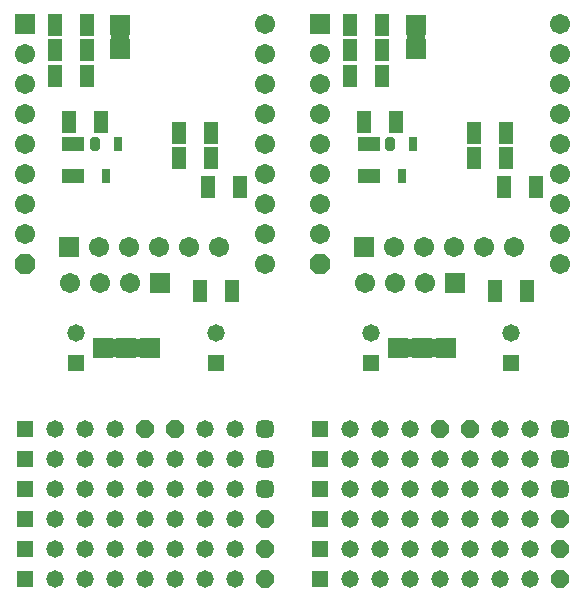
<source format=gbs>
G04 Layer_Color=16711935*
%FSLAX25Y25*%
%MOIN*%
G70*
G01*
G75*
%ADD46R,0.05131X0.07493*%
%ADD51C,0.05800*%
%ADD52R,0.05800X0.05800*%
G04:AMPARAMS|DCode=53|XSize=58mil|YSize=58mil|CornerRadius=16.5mil|HoleSize=0mil|Usage=FLASHONLY|Rotation=0.000|XOffset=0mil|YOffset=0mil|HoleType=Round|Shape=RoundedRectangle|*
%AMROUNDEDRECTD53*
21,1,0.05800,0.02500,0,0,0.0*
21,1,0.02500,0.05800,0,0,0.0*
1,1,0.03300,0.01250,-0.01250*
1,1,0.03300,-0.01250,-0.01250*
1,1,0.03300,-0.01250,0.01250*
1,1,0.03300,0.01250,0.01250*
%
%ADD53ROUNDEDRECTD53*%
%ADD54P,0.06278X8X22.5*%
%ADD55R,0.05800X0.05800*%
%ADD56C,0.06706*%
%ADD57R,0.06706X0.06706*%
%ADD58R,0.06706X0.06706*%
%ADD59P,0.07258X8X292.5*%
%ADD60R,0.01575X0.06299*%
%ADD61R,0.06299X0.01575*%
%ADD62R,0.06800X0.06800*%
%ADD63R,0.07493X0.05131*%
%ADD64R,0.03162X0.04737*%
G04:AMPARAMS|DCode=65|XSize=31.62mil|YSize=47.37mil|CornerRadius=9.91mil|HoleSize=0mil|Usage=FLASHONLY|Rotation=0.000|XOffset=0mil|YOffset=0mil|HoleType=Round|Shape=RoundedRectangle|*
%AMROUNDEDRECTD65*
21,1,0.03162,0.02756,0,0,0.0*
21,1,0.01181,0.04737,0,0,0.0*
1,1,0.01981,0.00591,-0.01378*
1,1,0.01981,-0.00591,-0.01378*
1,1,0.01981,-0.00591,0.01378*
1,1,0.01981,0.00591,0.01378*
%
%ADD65ROUNDEDRECTD65*%
%ADD66R,0.06800X0.06800*%
D46*
X23819Y159055D02*
D03*
X34449D02*
D03*
X78150Y102756D02*
D03*
X67520D02*
D03*
X60433Y155512D02*
D03*
X71063D02*
D03*
X60433Y147244D02*
D03*
X71063D02*
D03*
X80905Y137402D02*
D03*
X70276D02*
D03*
X29724Y183071D02*
D03*
X19094D02*
D03*
X29724Y174409D02*
D03*
X19094D02*
D03*
X29724Y191339D02*
D03*
X19094D02*
D03*
X122244Y159055D02*
D03*
X132874D02*
D03*
X176575Y102756D02*
D03*
X165945D02*
D03*
X158858Y155512D02*
D03*
X169488D02*
D03*
X158858Y147244D02*
D03*
X169488D02*
D03*
X179331Y137402D02*
D03*
X168701D02*
D03*
X128150Y183071D02*
D03*
X117520D02*
D03*
X128150Y174409D02*
D03*
X117520D02*
D03*
X128150Y191339D02*
D03*
X117520D02*
D03*
D51*
X69055Y56732D02*
D03*
X19055D02*
D03*
X79055D02*
D03*
Y46732D02*
D03*
Y36732D02*
D03*
Y26732D02*
D03*
Y16732D02*
D03*
Y6732D02*
D03*
X59055Y46732D02*
D03*
X69055D02*
D03*
X59055Y36732D02*
D03*
X69055D02*
D03*
X59055Y26732D02*
D03*
X69055D02*
D03*
X59055Y16732D02*
D03*
X69055D02*
D03*
X59055Y6732D02*
D03*
X69055D02*
D03*
X39055Y46732D02*
D03*
X49055D02*
D03*
X39055Y36732D02*
D03*
X49055D02*
D03*
X39055Y26732D02*
D03*
X49055D02*
D03*
X39055Y16732D02*
D03*
X49055D02*
D03*
X39055Y6732D02*
D03*
X49055D02*
D03*
X29055D02*
D03*
X19055D02*
D03*
X29055Y16732D02*
D03*
X19055D02*
D03*
X29055Y26732D02*
D03*
X19055D02*
D03*
X29055Y36732D02*
D03*
X19055D02*
D03*
X29055Y46732D02*
D03*
X19055D02*
D03*
X39055Y56732D02*
D03*
X29055D02*
D03*
X25984Y88858D02*
D03*
X72835D02*
D03*
X167480Y56732D02*
D03*
X117480D02*
D03*
X177480D02*
D03*
Y46732D02*
D03*
Y36732D02*
D03*
Y26732D02*
D03*
Y16732D02*
D03*
Y6732D02*
D03*
X157480Y46732D02*
D03*
X167480D02*
D03*
X157480Y36732D02*
D03*
X167480D02*
D03*
X157480Y26732D02*
D03*
X167480D02*
D03*
X157480Y16732D02*
D03*
X167480D02*
D03*
X157480Y6732D02*
D03*
X167480D02*
D03*
X137480Y46732D02*
D03*
X147480D02*
D03*
X137480Y36732D02*
D03*
X147480D02*
D03*
X137480Y26732D02*
D03*
X147480D02*
D03*
X137480Y16732D02*
D03*
X147480D02*
D03*
X137480Y6732D02*
D03*
X147480D02*
D03*
X127480D02*
D03*
X117480D02*
D03*
X127480Y16732D02*
D03*
X117480D02*
D03*
X127480Y26732D02*
D03*
X117480D02*
D03*
X127480Y36732D02*
D03*
X117480D02*
D03*
X127480Y46732D02*
D03*
X117480D02*
D03*
X137480Y56732D02*
D03*
X127480D02*
D03*
X124409Y88858D02*
D03*
X171260D02*
D03*
D52*
X9055Y26732D02*
D03*
Y16732D02*
D03*
Y6732D02*
D03*
Y36732D02*
D03*
Y46732D02*
D03*
Y56732D02*
D03*
X107480Y26732D02*
D03*
Y16732D02*
D03*
Y6732D02*
D03*
Y36732D02*
D03*
Y46732D02*
D03*
Y56732D02*
D03*
D53*
X89055Y46732D02*
D03*
Y36732D02*
D03*
Y56732D02*
D03*
X187480Y46732D02*
D03*
Y36732D02*
D03*
Y56732D02*
D03*
D54*
X89055Y26732D02*
D03*
Y16732D02*
D03*
Y6732D02*
D03*
X59055Y56732D02*
D03*
X49055D02*
D03*
X187480Y26732D02*
D03*
Y16732D02*
D03*
Y6732D02*
D03*
X157480Y56732D02*
D03*
X147480D02*
D03*
D55*
X25984Y78858D02*
D03*
X72835D02*
D03*
X124409D02*
D03*
X171260D02*
D03*
D56*
X24067Y105512D02*
D03*
X34067D02*
D03*
X44067D02*
D03*
X89055Y191732D02*
D03*
Y171732D02*
D03*
Y161732D02*
D03*
Y151732D02*
D03*
Y141732D02*
D03*
Y131732D02*
D03*
Y121732D02*
D03*
Y111732D02*
D03*
Y181732D02*
D03*
X9055Y171732D02*
D03*
Y161732D02*
D03*
Y151732D02*
D03*
Y141732D02*
D03*
Y131732D02*
D03*
Y121732D02*
D03*
Y181732D02*
D03*
X33622Y117323D02*
D03*
X43622D02*
D03*
X53622D02*
D03*
X63622D02*
D03*
X73622D02*
D03*
X122492Y105512D02*
D03*
X132492D02*
D03*
X142492D02*
D03*
X187480Y191732D02*
D03*
Y171732D02*
D03*
Y161732D02*
D03*
Y151732D02*
D03*
Y141732D02*
D03*
Y131732D02*
D03*
Y121732D02*
D03*
Y111732D02*
D03*
Y181732D02*
D03*
X107480Y171732D02*
D03*
Y161732D02*
D03*
Y151732D02*
D03*
Y141732D02*
D03*
Y131732D02*
D03*
Y121732D02*
D03*
Y181732D02*
D03*
X132047Y117323D02*
D03*
X142047D02*
D03*
X152047D02*
D03*
X162047D02*
D03*
X172047D02*
D03*
D57*
X54067Y105512D02*
D03*
X23622Y117323D02*
D03*
X152492Y105512D02*
D03*
X122047Y117323D02*
D03*
D58*
X9055Y191732D02*
D03*
X107480D02*
D03*
D59*
X9055Y111732D02*
D03*
X107480D02*
D03*
D60*
X39040Y83898D02*
D03*
X46914Y83898D02*
D03*
X137466Y83898D02*
D03*
X145340Y83898D02*
D03*
D61*
X40945Y187402D02*
D03*
X139370D02*
D03*
D62*
X35039Y83898D02*
D03*
X50913D02*
D03*
X42913D02*
D03*
X133465D02*
D03*
X149339D02*
D03*
X141339D02*
D03*
D63*
X25197Y141142D02*
D03*
Y151772D02*
D03*
X123622Y141142D02*
D03*
Y151772D02*
D03*
D64*
X36220Y141142D02*
D03*
X39961Y151772D02*
D03*
X134646Y141142D02*
D03*
X138386Y151772D02*
D03*
D65*
X32480D02*
D03*
X130905D02*
D03*
D66*
X40945Y183402D02*
D03*
Y191402D02*
D03*
X139370Y183402D02*
D03*
Y191402D02*
D03*
M02*

</source>
